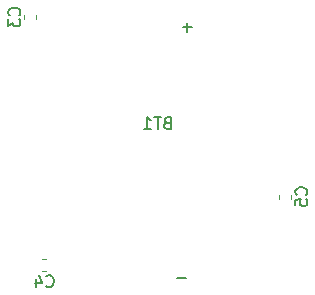
<source format=gbo>
G04 #@! TF.GenerationSoftware,KiCad,Pcbnew,(5.1.5-0-10_14)*
G04 #@! TF.CreationDate,2020-06-21T17:17:39+09:00*
G04 #@! TF.ProjectId,TriCon,54726943-6f6e-42e6-9b69-6361645f7063,1.1*
G04 #@! TF.SameCoordinates,Original*
G04 #@! TF.FileFunction,Legend,Bot*
G04 #@! TF.FilePolarity,Positive*
%FSLAX46Y46*%
G04 Gerber Fmt 4.6, Leading zero omitted, Abs format (unit mm)*
G04 Created by KiCad (PCBNEW (5.1.5-0-10_14)) date 2020-06-21 17:17:39*
%MOMM*%
%LPD*%
G04 APERTURE LIST*
%ADD10C,0.150000*%
%ADD11C,0.120000*%
G04 APERTURE END LIST*
D10*
X152280952Y-111871428D02*
X151519047Y-111871428D01*
X152780952Y-90671428D02*
X152019047Y-90671428D01*
X152400000Y-91052380D02*
X152400000Y-90290476D01*
D11*
X161210000Y-104828733D02*
X161210000Y-105171267D01*
X160190000Y-104828733D02*
X160190000Y-105171267D01*
X140471267Y-111310000D02*
X140128733Y-111310000D01*
X140471267Y-110290000D02*
X140128733Y-110290000D01*
X138590000Y-89971267D02*
X138590000Y-89628733D01*
X139610000Y-89971267D02*
X139610000Y-89628733D01*
D10*
X150685714Y-98728571D02*
X150542857Y-98776190D01*
X150495238Y-98823809D01*
X150447619Y-98919047D01*
X150447619Y-99061904D01*
X150495238Y-99157142D01*
X150542857Y-99204761D01*
X150638095Y-99252380D01*
X151019047Y-99252380D01*
X151019047Y-98252380D01*
X150685714Y-98252380D01*
X150590476Y-98300000D01*
X150542857Y-98347619D01*
X150495238Y-98442857D01*
X150495238Y-98538095D01*
X150542857Y-98633333D01*
X150590476Y-98680952D01*
X150685714Y-98728571D01*
X151019047Y-98728571D01*
X150161904Y-98252380D02*
X149590476Y-98252380D01*
X149876190Y-99252380D02*
X149876190Y-98252380D01*
X148733333Y-99252380D02*
X149304761Y-99252380D01*
X149019047Y-99252380D02*
X149019047Y-98252380D01*
X149114285Y-98395238D01*
X149209523Y-98490476D01*
X149304761Y-98538095D01*
X162457142Y-104833333D02*
X162504761Y-104785714D01*
X162552380Y-104642857D01*
X162552380Y-104547619D01*
X162504761Y-104404761D01*
X162409523Y-104309523D01*
X162314285Y-104261904D01*
X162123809Y-104214285D01*
X161980952Y-104214285D01*
X161790476Y-104261904D01*
X161695238Y-104309523D01*
X161600000Y-104404761D01*
X161552380Y-104547619D01*
X161552380Y-104642857D01*
X161600000Y-104785714D01*
X161647619Y-104833333D01*
X161552380Y-105738095D02*
X161552380Y-105261904D01*
X162028571Y-105214285D01*
X161980952Y-105261904D01*
X161933333Y-105357142D01*
X161933333Y-105595238D01*
X161980952Y-105690476D01*
X162028571Y-105738095D01*
X162123809Y-105785714D01*
X162361904Y-105785714D01*
X162457142Y-105738095D01*
X162504761Y-105690476D01*
X162552380Y-105595238D01*
X162552380Y-105357142D01*
X162504761Y-105261904D01*
X162457142Y-105214285D01*
X140466666Y-112557142D02*
X140514285Y-112604761D01*
X140657142Y-112652380D01*
X140752380Y-112652380D01*
X140895238Y-112604761D01*
X140990476Y-112509523D01*
X141038095Y-112414285D01*
X141085714Y-112223809D01*
X141085714Y-112080952D01*
X141038095Y-111890476D01*
X140990476Y-111795238D01*
X140895238Y-111700000D01*
X140752380Y-111652380D01*
X140657142Y-111652380D01*
X140514285Y-111700000D01*
X140466666Y-111747619D01*
X139609523Y-111985714D02*
X139609523Y-112652380D01*
X139847619Y-111604761D02*
X140085714Y-112319047D01*
X139466666Y-112319047D01*
X138157142Y-89633333D02*
X138204761Y-89585714D01*
X138252380Y-89442857D01*
X138252380Y-89347619D01*
X138204761Y-89204761D01*
X138109523Y-89109523D01*
X138014285Y-89061904D01*
X137823809Y-89014285D01*
X137680952Y-89014285D01*
X137490476Y-89061904D01*
X137395238Y-89109523D01*
X137300000Y-89204761D01*
X137252380Y-89347619D01*
X137252380Y-89442857D01*
X137300000Y-89585714D01*
X137347619Y-89633333D01*
X137252380Y-89966666D02*
X137252380Y-90585714D01*
X137633333Y-90252380D01*
X137633333Y-90395238D01*
X137680952Y-90490476D01*
X137728571Y-90538095D01*
X137823809Y-90585714D01*
X138061904Y-90585714D01*
X138157142Y-90538095D01*
X138204761Y-90490476D01*
X138252380Y-90395238D01*
X138252380Y-90109523D01*
X138204761Y-90014285D01*
X138157142Y-89966666D01*
M02*

</source>
